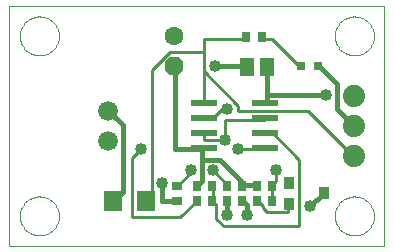
<source format=gtl>
G75*
G70*
%OFA0B0*%
%FSLAX24Y24*%
%IPPOS*%
%LPD*%
%AMOC8*
5,1,8,0,0,1.08239X$1,22.5*
%
%ADD10C,0.0000*%
%ADD11R,0.0866X0.0236*%
%ADD12R,0.0276X0.0354*%
%ADD13R,0.0512X0.0591*%
%ADD14OC8,0.0630*%
%ADD15C,0.0630*%
%ADD16C,0.0660*%
%ADD17C,0.0740*%
%ADD18R,0.0354X0.0276*%
%ADD19R,0.0630X0.0709*%
%ADD20R,0.0354X0.0433*%
%ADD21R,0.0315X0.0315*%
%ADD22C,0.0100*%
%ADD23C,0.0400*%
%ADD24C,0.0160*%
D10*
X006333Y003024D02*
X006333Y011020D01*
X018833Y011024D01*
X018833Y003024D01*
X006333Y003024D01*
X006683Y004024D02*
X006685Y004074D01*
X006691Y004124D01*
X006701Y004174D01*
X006714Y004222D01*
X006731Y004270D01*
X006752Y004316D01*
X006776Y004360D01*
X006804Y004402D01*
X006835Y004442D01*
X006869Y004479D01*
X006906Y004514D01*
X006945Y004545D01*
X006986Y004574D01*
X007030Y004599D01*
X007076Y004621D01*
X007123Y004639D01*
X007171Y004653D01*
X007220Y004664D01*
X007270Y004671D01*
X007320Y004674D01*
X007371Y004673D01*
X007421Y004668D01*
X007471Y004659D01*
X007519Y004647D01*
X007567Y004630D01*
X007613Y004610D01*
X007658Y004587D01*
X007701Y004560D01*
X007741Y004530D01*
X007779Y004497D01*
X007814Y004461D01*
X007847Y004422D01*
X007876Y004381D01*
X007902Y004338D01*
X007925Y004293D01*
X007944Y004246D01*
X007959Y004198D01*
X007971Y004149D01*
X007979Y004099D01*
X007983Y004049D01*
X007983Y003999D01*
X007979Y003949D01*
X007971Y003899D01*
X007959Y003850D01*
X007944Y003802D01*
X007925Y003755D01*
X007902Y003710D01*
X007876Y003667D01*
X007847Y003626D01*
X007814Y003587D01*
X007779Y003551D01*
X007741Y003518D01*
X007701Y003488D01*
X007658Y003461D01*
X007613Y003438D01*
X007567Y003418D01*
X007519Y003401D01*
X007471Y003389D01*
X007421Y003380D01*
X007371Y003375D01*
X007320Y003374D01*
X007270Y003377D01*
X007220Y003384D01*
X007171Y003395D01*
X007123Y003409D01*
X007076Y003427D01*
X007030Y003449D01*
X006986Y003474D01*
X006945Y003503D01*
X006906Y003534D01*
X006869Y003569D01*
X006835Y003606D01*
X006804Y003646D01*
X006776Y003688D01*
X006752Y003732D01*
X006731Y003778D01*
X006714Y003826D01*
X006701Y003874D01*
X006691Y003924D01*
X006685Y003974D01*
X006683Y004024D01*
X017183Y004024D02*
X017185Y004074D01*
X017191Y004124D01*
X017201Y004174D01*
X017214Y004222D01*
X017231Y004270D01*
X017252Y004316D01*
X017276Y004360D01*
X017304Y004402D01*
X017335Y004442D01*
X017369Y004479D01*
X017406Y004514D01*
X017445Y004545D01*
X017486Y004574D01*
X017530Y004599D01*
X017576Y004621D01*
X017623Y004639D01*
X017671Y004653D01*
X017720Y004664D01*
X017770Y004671D01*
X017820Y004674D01*
X017871Y004673D01*
X017921Y004668D01*
X017971Y004659D01*
X018019Y004647D01*
X018067Y004630D01*
X018113Y004610D01*
X018158Y004587D01*
X018201Y004560D01*
X018241Y004530D01*
X018279Y004497D01*
X018314Y004461D01*
X018347Y004422D01*
X018376Y004381D01*
X018402Y004338D01*
X018425Y004293D01*
X018444Y004246D01*
X018459Y004198D01*
X018471Y004149D01*
X018479Y004099D01*
X018483Y004049D01*
X018483Y003999D01*
X018479Y003949D01*
X018471Y003899D01*
X018459Y003850D01*
X018444Y003802D01*
X018425Y003755D01*
X018402Y003710D01*
X018376Y003667D01*
X018347Y003626D01*
X018314Y003587D01*
X018279Y003551D01*
X018241Y003518D01*
X018201Y003488D01*
X018158Y003461D01*
X018113Y003438D01*
X018067Y003418D01*
X018019Y003401D01*
X017971Y003389D01*
X017921Y003380D01*
X017871Y003375D01*
X017820Y003374D01*
X017770Y003377D01*
X017720Y003384D01*
X017671Y003395D01*
X017623Y003409D01*
X017576Y003427D01*
X017530Y003449D01*
X017486Y003474D01*
X017445Y003503D01*
X017406Y003534D01*
X017369Y003569D01*
X017335Y003606D01*
X017304Y003646D01*
X017276Y003688D01*
X017252Y003732D01*
X017231Y003778D01*
X017214Y003826D01*
X017201Y003874D01*
X017191Y003924D01*
X017185Y003974D01*
X017183Y004024D01*
X017183Y010024D02*
X017185Y010074D01*
X017191Y010124D01*
X017201Y010174D01*
X017214Y010222D01*
X017231Y010270D01*
X017252Y010316D01*
X017276Y010360D01*
X017304Y010402D01*
X017335Y010442D01*
X017369Y010479D01*
X017406Y010514D01*
X017445Y010545D01*
X017486Y010574D01*
X017530Y010599D01*
X017576Y010621D01*
X017623Y010639D01*
X017671Y010653D01*
X017720Y010664D01*
X017770Y010671D01*
X017820Y010674D01*
X017871Y010673D01*
X017921Y010668D01*
X017971Y010659D01*
X018019Y010647D01*
X018067Y010630D01*
X018113Y010610D01*
X018158Y010587D01*
X018201Y010560D01*
X018241Y010530D01*
X018279Y010497D01*
X018314Y010461D01*
X018347Y010422D01*
X018376Y010381D01*
X018402Y010338D01*
X018425Y010293D01*
X018444Y010246D01*
X018459Y010198D01*
X018471Y010149D01*
X018479Y010099D01*
X018483Y010049D01*
X018483Y009999D01*
X018479Y009949D01*
X018471Y009899D01*
X018459Y009850D01*
X018444Y009802D01*
X018425Y009755D01*
X018402Y009710D01*
X018376Y009667D01*
X018347Y009626D01*
X018314Y009587D01*
X018279Y009551D01*
X018241Y009518D01*
X018201Y009488D01*
X018158Y009461D01*
X018113Y009438D01*
X018067Y009418D01*
X018019Y009401D01*
X017971Y009389D01*
X017921Y009380D01*
X017871Y009375D01*
X017820Y009374D01*
X017770Y009377D01*
X017720Y009384D01*
X017671Y009395D01*
X017623Y009409D01*
X017576Y009427D01*
X017530Y009449D01*
X017486Y009474D01*
X017445Y009503D01*
X017406Y009534D01*
X017369Y009569D01*
X017335Y009606D01*
X017304Y009646D01*
X017276Y009688D01*
X017252Y009732D01*
X017231Y009778D01*
X017214Y009826D01*
X017201Y009874D01*
X017191Y009924D01*
X017185Y009974D01*
X017183Y010024D01*
X006683Y010024D02*
X006685Y010074D01*
X006691Y010124D01*
X006701Y010174D01*
X006714Y010222D01*
X006731Y010270D01*
X006752Y010316D01*
X006776Y010360D01*
X006804Y010402D01*
X006835Y010442D01*
X006869Y010479D01*
X006906Y010514D01*
X006945Y010545D01*
X006986Y010574D01*
X007030Y010599D01*
X007076Y010621D01*
X007123Y010639D01*
X007171Y010653D01*
X007220Y010664D01*
X007270Y010671D01*
X007320Y010674D01*
X007371Y010673D01*
X007421Y010668D01*
X007471Y010659D01*
X007519Y010647D01*
X007567Y010630D01*
X007613Y010610D01*
X007658Y010587D01*
X007701Y010560D01*
X007741Y010530D01*
X007779Y010497D01*
X007814Y010461D01*
X007847Y010422D01*
X007876Y010381D01*
X007902Y010338D01*
X007925Y010293D01*
X007944Y010246D01*
X007959Y010198D01*
X007971Y010149D01*
X007979Y010099D01*
X007983Y010049D01*
X007983Y009999D01*
X007979Y009949D01*
X007971Y009899D01*
X007959Y009850D01*
X007944Y009802D01*
X007925Y009755D01*
X007902Y009710D01*
X007876Y009667D01*
X007847Y009626D01*
X007814Y009587D01*
X007779Y009551D01*
X007741Y009518D01*
X007701Y009488D01*
X007658Y009461D01*
X007613Y009438D01*
X007567Y009418D01*
X007519Y009401D01*
X007471Y009389D01*
X007421Y009380D01*
X007371Y009375D01*
X007320Y009374D01*
X007270Y009377D01*
X007220Y009384D01*
X007171Y009395D01*
X007123Y009409D01*
X007076Y009427D01*
X007030Y009449D01*
X006986Y009474D01*
X006945Y009503D01*
X006906Y009534D01*
X006869Y009569D01*
X006835Y009606D01*
X006804Y009646D01*
X006776Y009688D01*
X006752Y009732D01*
X006731Y009778D01*
X006714Y009826D01*
X006701Y009874D01*
X006691Y009924D01*
X006685Y009974D01*
X006683Y010024D01*
D11*
X012810Y007774D03*
X012810Y007274D03*
X012810Y006774D03*
X012810Y006274D03*
X014857Y006274D03*
X014857Y006774D03*
X014857Y007274D03*
X014857Y007774D03*
D12*
X014739Y009974D03*
X014227Y009974D03*
X014089Y005024D03*
X013577Y005024D03*
X013089Y005024D03*
X012577Y005024D03*
X012577Y004524D03*
X013089Y004524D03*
X013577Y004524D03*
X014089Y004524D03*
X014577Y004524D03*
X015089Y004524D03*
X015089Y005024D03*
X014577Y005024D03*
D13*
X014249Y008974D03*
X014918Y008974D03*
D14*
X011833Y009024D03*
D15*
X011833Y010024D03*
D16*
X009621Y007524D03*
X009621Y006524D03*
D17*
X017833Y007024D03*
X017833Y006024D03*
X017833Y008024D03*
D18*
X011933Y005030D03*
X011933Y004518D03*
D19*
X010885Y004524D03*
X009782Y004524D03*
D20*
X015662Y004416D03*
X016804Y004774D03*
X015662Y005132D03*
D21*
X016038Y009024D03*
X016629Y009024D03*
D22*
X016038Y009024D02*
X015993Y009024D01*
X015093Y009924D01*
X014793Y009924D01*
X014739Y009974D01*
X014227Y009974D02*
X014193Y009924D01*
X012813Y009924D01*
X012813Y009504D01*
X011673Y009504D01*
X011073Y008904D01*
X011073Y004704D01*
X010893Y004524D01*
X010885Y004524D01*
X011933Y005030D02*
X011973Y005064D01*
X012393Y005484D01*
X012393Y005544D01*
X013113Y005544D02*
X013533Y005124D01*
X013533Y005064D01*
X013577Y005024D01*
X013113Y005004D02*
X013089Y005024D01*
X013113Y005004D02*
X013113Y004524D01*
X013089Y004524D01*
X013113Y004524D02*
X013233Y004404D01*
X013233Y003924D01*
X013473Y003684D01*
X015993Y003684D01*
X015993Y005904D01*
X015153Y006744D01*
X014913Y006744D01*
X014857Y006774D01*
X014853Y007224D02*
X014857Y007274D01*
X014853Y007224D02*
X013533Y007224D01*
X013533Y006564D01*
X012813Y006564D01*
X012813Y006744D01*
X012810Y006774D01*
X012810Y007274D02*
X012813Y007284D01*
X013113Y007284D01*
X013413Y007584D01*
X013593Y007584D01*
X013953Y007524D02*
X013953Y007704D01*
X012813Y008844D01*
X012813Y009504D01*
X012813Y008844D02*
X012813Y007824D01*
X012810Y007774D01*
X013953Y007524D02*
X016293Y007524D01*
X017793Y006024D01*
X017833Y006024D01*
X015213Y005544D02*
X015213Y005184D01*
X015093Y005064D01*
X015089Y005024D01*
X015093Y005004D01*
X015093Y004524D01*
X015089Y004524D01*
X014793Y004344D02*
X014613Y004524D01*
X014577Y004524D01*
X014793Y004344D02*
X014793Y004284D01*
X014913Y004164D01*
X015633Y004164D01*
X015633Y004404D01*
X015662Y004416D01*
X012577Y004524D02*
X012573Y004524D01*
X012033Y003984D01*
X010413Y003984D01*
X010413Y005964D01*
X010713Y006264D01*
X013953Y006264D02*
X014853Y006264D01*
X014857Y006274D01*
D23*
X013953Y006264D03*
X013533Y006564D03*
X013593Y007584D03*
X013173Y009024D03*
X016893Y008064D03*
X015213Y005544D03*
X013113Y005544D03*
X012393Y005544D03*
X011433Y005124D03*
X010713Y006264D03*
X013593Y004044D03*
X014253Y004044D03*
X016353Y004344D03*
D24*
X016773Y004764D01*
X016804Y004774D01*
X014577Y005024D02*
X014553Y005064D01*
X014133Y005064D01*
X014089Y005024D01*
X014133Y005124D01*
X013353Y005904D01*
X012753Y005904D01*
X012753Y005184D01*
X012633Y005064D01*
X012577Y005024D01*
X011933Y004518D02*
X011913Y004524D01*
X011433Y004524D01*
X011433Y005124D01*
X010113Y004824D02*
X010113Y007044D01*
X009633Y007524D01*
X009621Y007524D01*
X011853Y006264D02*
X011853Y009024D01*
X011833Y009024D01*
X013173Y009024D02*
X014193Y009024D01*
X014249Y008974D01*
X014913Y008964D02*
X014918Y008974D01*
X014913Y008964D02*
X014913Y008064D01*
X016893Y008064D01*
X017253Y008424D02*
X017253Y007584D01*
X017793Y007044D01*
X017833Y007024D01*
X014913Y007824D02*
X014857Y007774D01*
X014913Y007824D02*
X014913Y008064D01*
X016629Y009024D02*
X016653Y009024D01*
X017253Y008424D01*
X012810Y006274D02*
X012693Y006264D01*
X011853Y006264D01*
X012753Y006264D02*
X012753Y005904D01*
X012753Y006264D02*
X012810Y006274D01*
X010113Y004824D02*
X009813Y004524D01*
X009782Y004524D01*
X013577Y004524D02*
X013593Y004524D01*
X013593Y004044D01*
X014253Y004044D02*
X014253Y004404D01*
X014133Y004524D01*
X014089Y004524D01*
M02*

</source>
